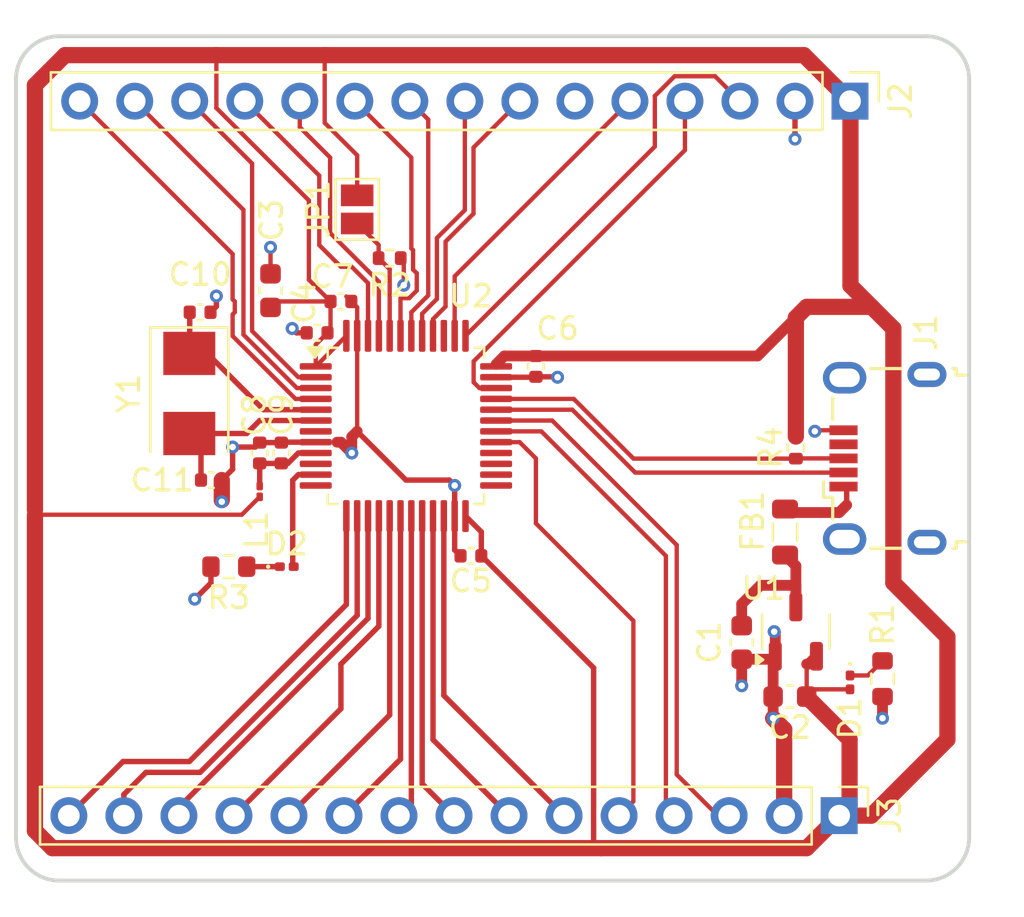
<source format=kicad_pcb>
(kicad_pcb (version 20240108) (generator "pcbnew") (generator_version "8.0")
  (layers (0 "F.Cu" signal) (31 "B.Cu" power) (34 "B.Paste" user) (35 "F.Paste" user) (36 "B.SilkS" user "B.Silkscreen") (37 "F.SilkS" user "F.Silkscreen") (38 "B.Mask" user) (39 "F.Mask" user) (44 "Edge.Cuts" user))
  (net 0 "")
  (net 1 "GND")
  (net 2 "VCC")
  (net 3 "+3.3V")
  (net 4 "+3.3VA")
  (net 5 "/HSE_OUT")
  (net 6 "/HSE_IN")
  (net 7 "Net-(D1-K)")
  (net 8 "Net-(D2-A)")
  (net 9 "Net-(D2-K)")
  (net 10 "+5V")
  (net 13 "USB_D-")
  (net 16 "USB_D+")
  (net 18 "PC15")
  (net 19 "SWCLK")
  (net 20 "SWDIO")
  (net 21 "PC14")
  (net 22 "PA15")
  (net 23 "PC13")
  (net 24 "PB5")
  (net 25 "PB6")
  (net 26 "PB8")
  (net 27 "PB7")
  (net 28 "PB4")
  (net 29 "PB9")
  (net 30 "SW0")
  (net 31 "PA7")
  (net 32 "PA6")
  (net 33 "PA5")
  (net 34 "PB1")
  (net 35 "PA9")
  (net 36 "PB11")
  (net 37 "PB2")
  (net 38 "PB10")
  (net 39 "PA10")
  (net 40 "PA8")
  (net 41 "PB0")
  (net 42 "PA3")
  (net 43 "PA4")
  (net 44 "/BOOT0")
  (net 46 "PB3")
  (footprint "Capacitor_SMD:C_0402_1005Metric" (layer "F.Cu") (at 111.75 79.75 90)
    (property "Reference" "C8" (at 1.75 -0.25 90) (layer "F.SilkS"))
    (property "Value" "1u")
    (fp_line (start -0.107836 -0.36) (end 0.107836 -0.36) (stroke (width 0.12)) (layer "F.SilkS"))
    (fp_line (start -0.107836 0.36) (end 0.107836 0.36) (stroke (width 0.12)) (layer "F.SilkS"))
    (pad "1" smd roundrect (at -0.48 0 90) (size 0.56 0.62) (layers "F.Cu" "F.Paste" "F.Mask") (net 4 "+3.3VA"))
    (pad "2" smd roundrect (at 0.48 0 90) (size 0.56 0.62) (layers "F.Cu" "F.Paste" "F.Mask") (net 1 "GND"))
  )
  (footprint "Resistor_SMD:R_0402_1005Metric" (layer "F.Cu") (at 117.75 70.75 180)
    (property "Reference" "R2" (at 0 -1.25 0) (layer "F.SilkS"))
    (property "Value" "10k")
    (fp_line (start -0.153641 0.38) (end 0.153641 0.38) (stroke (width 0.12)) (layer "F.SilkS"))
    (fp_line (start -0.153641 -0.38) (end 0.153641 -0.38) (stroke (width 0.12)) (layer "F.SilkS"))
    (pad "1" smd roundrect (at -0.51 0 180) (size 0.54 0.64) (layers "F.Cu" "F.Paste" "F.Mask") (net 1 "GND"))
    (pad "2" smd roundrect (at 0.51 0 180) (size 0.54 0.64) (layers "F.Cu" "F.Paste" "F.Mask") (net 44 "/BOOT0"))
  )
  (footprint "Crystal:Crystal_SMD_5032-2Pin_5.0x3.2mm" (layer "F.Cu") (at 108.5 77 -90)
    (property "Reference" "Y1" (at 0 2.8 90) (layer "F.SilkS"))
    (property "Value" "AMB3-8MH")
    (fp_line (start -3.05 1.8) (end 2.7 1.8) (stroke (width 0.12)) (layer "F.SilkS"))
    (fp_line (start -3.05 -1.8) (end -3.05 1.8) (stroke (width 0.12)) (layer "F.SilkS"))
    (fp_line (start 2.7 -1.8) (end -3.05 -1.8) (stroke (width 0.12)) (layer "F.SilkS"))
    (pad "1" smd rect (at -1.85 0 270) (size 2 2.4) (layers "F.Cu" "F.Paste" "F.Mask") (net 5 "/HSE_OUT"))
    (pad "2" smd rect (at 1.85 0 270) (size 2 2.4) (layers "F.Cu" "F.Paste" "F.Mask") (net 6 "/HSE_IN"))
  )
  (footprint "Capacitor_SMD:C_0402_1005Metric" (layer "F.Cu") (at 114.4 74.2 180)
    (property "Reference" "C4" (at 0.6 1.4 90) (layer "F.SilkS"))
    (property "Value" "100n")
    (fp_line (start -0.107836 0.36) (end 0.107836 0.36) (stroke (width 0.12)) (layer "F.SilkS"))
    (fp_line (start -0.107836 -0.36) (end 0.107836 -0.36) (stroke (width 0.12)) (layer "F.SilkS"))
    (pad "1" smd roundrect (at -0.48 0 180) (size 0.56 0.62) (layers "F.Cu" "F.Paste" "F.Mask") (net 3 "+3.3V"))
    (pad "2" smd roundrect (at 0.48 0 180) (size 0.56 0.62) (layers "F.Cu" "F.Paste" "F.Mask") (net 1 "GND"))
  )
  (footprint "Capacitor_SMD:C_0402_1005Metric" (layer "F.Cu") (at 112.75 79.75 90)
    (property "Reference" "C9" (at 1.77 0 90) (layer "F.SilkS"))
    (property "Value" "1u")
    (fp_line (start -0.107836 -0.36) (end 0.107836 -0.36) (stroke (width 0.12)) (layer "F.SilkS"))
    (fp_line (start -0.107836 0.36) (end 0.107836 0.36) (stroke (width 0.12)) (layer "F.SilkS"))
    (pad "1" smd roundrect (at -0.48 0 90) (size 0.56 0.62) (layers "F.Cu" "F.Paste" "F.Mask") (net 4 "+3.3VA"))
    (pad "2" smd roundrect (at 0.48 0 90) (size 0.56 0.62) (layers "F.Cu" "F.Paste" "F.Mask") (net 1 "GND"))
  )
  (footprint "Package_TO_SOT_SMD:SOT-23-3" (layer "F.Cu") (at 136.5 88 90)
    (property "Reference" "U1" (at 2 -1.5 180) (layer "F.SilkS"))
    (property "Value" "XC6206P332MR")
    (fp_line (start 0 -1.56) (end 0.8 -1.56) (stroke (width 0.12)) (layer "F.SilkS"))
    (fp_line (start 0 -1.56) (end -0.8 -1.56) (stroke (width 0.12)) (layer "F.SilkS"))
    (fp_line (start 0 1.56) (end 0.8 1.56) (stroke (width 0.12)) (layer "F.SilkS"))
    (fp_line (start 0 1.56) (end -0.8 1.56) (stroke (width 0.12)) (layer "F.SilkS"))
    (fp_poly (pts (xy -1.3 -1.51) (xy -1.54 -1.84) (xy -1.06 -1.84) (xy -1.3 -1.51)) (stroke (width 0.12)) (fill solid) (layer "F.SilkS"))
    (pad "1" smd roundrect (at -1.1375 -0.95 90) (size 1.325 0.6) (layers "F.Cu" "F.Paste" "F.Mask") (net 1 "GND"))
    (pad "2" smd roundrect (at -1.1375 0.95 90) (size 1.325 0.6) (layers "F.Cu" "F.Paste" "F.Mask") (net 3 "+3.3V"))
    (pad "3" smd roundrect (at 1.1375 0 90) (size 1.325 0.6) (layers "F.Cu" "F.Paste" "F.Mask") (net 2 "VCC"))
  )
  (footprint "Package_QFP:LQFP-48_7x7mm_P0.5mm" (layer "F.Cu") (at 118.5 78.5)
    (property "Reference" "U2" (at 3 -6 0) (layer "F.SilkS"))
    (property "Value" "STM32F103C8Tx")
    (fp_line (start -3.61 -3.61) (end -3.61 -3.16) (stroke (width 0.12)) (layer "F.SilkS"))
    (fp_line (start -3.61 3.61) (end -3.61 3.16) (stroke (width 0.12)) (layer "F.SilkS"))
    (fp_line (start -3.16 -3.61) (end -3.61 -3.61) (stroke (width 0.12)) (layer "F.SilkS"))
    (fp_line (start -3.16 3.61) (end -3.61 3.61) (stroke (width 0.12)) (layer "F.SilkS"))
    (fp_line (start 3.16 -3.61) (end 3.61 -3.61) (stroke (width 0.12)) (layer "F.SilkS"))
    (fp_line (start 3.16 3.61) (end 3.61 3.61) (stroke (width 0.12)) (layer "F.SilkS"))
    (fp_line (start 3.61 -3.61) (end 3.61 -3.16) (stroke (width 0.12)) (layer "F.SilkS"))
    (fp_line (start 3.61 3.61) (end 3.61 3.16) (stroke (width 0.12)) (layer "F.SilkS"))
    (fp_poly (pts (xy -4.2 -3.16) (xy -4.54 -3.63) (xy -3.86 -3.63) (xy -4.2 -3.16)) (stroke (width 0.12)) (fill solid) (layer "F.SilkS"))
    (pad "1" smd roundrect (at -4.1625 -2.75) (size 1.475 0.3) (layers "F.Cu" "F.Paste" "F.Mask") (net 3 "+3.3V"))
    (pad "2" smd roundrect (at -4.1625 -2.25) (size 1.475 0.3) (layers "F.Cu" "F.Paste" "F.Mask") (net 23 "PC13"))
    (pad "3" smd roundrect (at -4.1625 -1.75) (size 1.475 0.3) (layers "F.Cu" "F.Paste" "F.Mask") (net 21 "PC14"))
    (pad "4" smd roundrect (at -4.1625 -1.25) (size 1.475 0.3) (layers "F.Cu" "F.Paste" "F.Mask") (net 18 "PC15"))
    (pad "5" smd roundrect (at -4.1625 -0.75) (size 1.475 0.3) (layers "F.Cu" "F.Paste" "F.Mask") (net 5 "/HSE_OUT"))
    (pad "6" smd roundrect (at -4.1625 -0.25) (size 1.475 0.3) (layers "F.Cu" "F.Paste" "F.Mask") (net 6 "/HSE_IN"))
    (pad "7" smd roundrect (at -4.1625 0.25) (size 1.475 0.3) (layers "F.Cu" "F.Paste" "F.Mask"))
    (pad "8" smd roundrect (at -4.1625 0.75) (size 1.475 0.3) (layers "F.Cu" "F.Paste" "F.Mask") (net 1 "GND"))
    (pad "9" smd roundrect (at -4.1625 1.25) (size 1.475 0.3) (layers "F.Cu" "F.Paste" "F.Mask") (net 4 "+3.3VA"))
    (pad "10" smd roundrect (at -4.1625 1.75) (size 1.475 0.3) (layers "F.Cu" "F.Paste" "F.Mask"))
    (pad "11" smd roundrect (at -4.1625 2.25) (size 1.475 0.3) (layers "F.Cu" "F.Paste" "F.Mask") (net 8 "Net-(D2-A)"))
    (pad "12" smd roundrect (at -4.1625 2.75) (size 1.475 0.3) (layers "F.Cu" "F.Paste" "F.Mask"))
    (pad "13" smd roundrect (at -2.75 4.1625) (size 0.3 1.475) (layers "F.Cu" "F.Paste" "F.Mask") (net 42 "PA3"))
    (pad "14" smd roundrect (at -2.25 4.1625) (size 0.3 1.475) (layers "F.Cu" "F.Paste" "F.Mask") (net 43 "PA4"))
    (pad "15" smd roundrect (at -1.75 4.1625) (size 0.3 1.475) (layers "F.Cu" "F.Paste" "F.Mask") (net 33 "PA5"))
    (pad "16" smd roundrect (at -1.25 4.1625) (size 0.3 1.475) (layers "F.Cu" "F.Paste" "F.Mask") (net 32 "PA6"))
    (pad "17" smd roundrect (at -0.75 4.1625) (size 0.3 1.475) (layers "F.Cu" "F.Paste" "F.Mask") (net 31 "PA7"))
    (pad "18" smd roundrect (at -0.25 4.1625) (size 0.3 1.475) (layers "F.Cu" "F.Paste" "F.Mask") (net 41 "PB0"))
    (pad "19" smd roundrect (at 0.25 4.1625) (size 0.3 1.475) (layers "F.Cu" "F.Paste" "F.Mask") (net 34 "PB1"))
    (pad "20" smd roundrect (at 0.75 4.1625) (size 0.3 1.475) (layers "F.Cu" "F.Paste" "F.Mask") (net 37 "PB2"))
    (pad "21" smd roundrect (at 1.25 4.1625) (size 0.3 1.475) (layers "F.Cu" "F.Paste" "F.Mask") (net 38 "PB10"))
    (pad "22" smd roundrect (at 1.75 4.1625) (size 0.3 1.475) (layers "F.Cu" "F.Paste" "F.Mask") (net 36 "PB11"))
    (pad "23" smd roundrect (at 2.25 4.1625) (size 0.3 1.475) (layers "F.Cu" "F.Paste" "F.Mask") (net 1 "GND"))
    (pad "24" smd roundrect (at 2.75 4.1625) (size 0.3 1.475) (layers "F.Cu" "F.Paste" "F.Mask") (net 3 "+3.3V"))
    (pad "25" smd roundrect (at 4.1625 2.75) (size 1.475 0.3) (layers "F.Cu" "F.Paste" "F.Mask"))
    (pad "26" smd roundrect (at 4.1625 2.25) (size 1.475 0.3) (layers "F.Cu" "F.Paste" "F.Mask"))
    (pad "27" smd roundrect (at 4.1625 1.75) (size 1.475 0.3) (layers "F.Cu" "F.Paste" "F.Mask"))
    (pad "28" smd roundrect (at 4.1625 1.25) (size 1.475 0.3) (layers "F.Cu" "F.Paste" "F.Mask"))
    (pad "29" smd roundrect (at 4.1625 0.75) (size 1.475 0.3) (layers "F.Cu" "F.Paste" "F.Mask") (net 40 "PA8"))
    (pad "30" smd roundrect (at 4.1625 0.25) (size 1.475 0.3) (layers "F.Cu" "F.Paste" "F.Mask") (net 35 "PA9"))
    (pad "31" smd roundrect (at 4.1625 -0.25) (size 1.475 0.3) (layers "F.Cu" "F.Paste" "F.Mask") (net 39 "PA10"))
    (pad "32" smd roundrect (at 4.1625 -0.75) (size 1.475 0.3) (layers "F.Cu" "F.Paste" "F.Mask") (net 13 "USB_D-"))
    (pad "33" smd roundrect (at 4.1625 -1.25) (size 1.475 0.3) (layers "F.Cu" "F.Paste" "F.Mask") (net 16 "USB_D+"))
    (pad "34" smd roundrect (at 4.1625 -1.75) (size 1.475 0.3) (layers "F.Cu" "F.Paste" "F.Mask") (net 20 "SWDIO"))
    (pad "35" smd roundrect (at 4.1625 -2.25) (size 1.475 0.3) (layers "F.Cu" "F.Paste" "F.Mask") (net 1 "GND"))
    (pad "36" smd roundrect (at 4.1625 -2.75) (size 1.475 0.3) (layers "F.Cu" "F.Paste" "F.Mask") (net 3 "+3.3V"))
    (pad "37" smd roundrect (at 2.75 -4.1625) (size 0.3 1.475) (layers "F.Cu" "F.Paste" "F.Mask") (net 19 "SWCLK"))
    (pad "38" smd roundrect (at 2.25 -4.1625) (size 0.3 1.475) (layers "F.Cu" "F.Paste" "F.Mask") (net 22 "PA15"))
    (pad "39" smd roundrect (at 1.75 -4.1625) (size 0.3 1.475) (layers "F.Cu" "F.Paste" "F.Mask") (net 46 "PB3"))
    (pad "40" smd roundrect (at 1.25 -4.1625) (size 0.3 1.475) (layers "F.Cu" "F.Paste" "F.Mask") (net 28 "PB4"))
    (pad "41" smd roundrect (at 0.75 -4.1625) (size 0.3 1.475) (layers "F.Cu" "F.Paste" "F.Mask") (net 24 "PB5"))
    (pad "42" smd roundrect (at 0.25 -4.1625) (size 0.3 1.475) (layers "F.Cu" "F.Paste" "F.Mask") (net 25 "PB6"))
    (pad "43" smd roundrect (at -0.25 -4.1625) (size 0.3 1.475) (layers "F.Cu" "F.Paste" "F.Mask") (net 27 "PB7"))
    (pad "44" smd roundrect (at -0.75 -4.1625) (size 0.3 1.475) (layers "F.Cu" "F.Paste" "F.Mask") (net 44 "/BOOT0"))
    (pad "45" smd roundrect (at -1.25 -4.1625) (size 0.3 1.475) (layers "F.Cu" "F.Paste" "F.Mask") (net 26 "PB8"))
    (pad "46" smd roundrect (at -1.75 -4.1625) (size 0.3 1.475) (layers "F.Cu" "F.Paste" "F.Mask") (net 29 "PB9"))
    (pad "47" smd roundrect (at -2.25 -4.1625) (size 0.3 1.475) (layers "F.Cu" "F.Paste" "F.Mask") (net 1 "GND"))
    (pad "48" smd roundrect (at -2.75 -4.1625) (size 0.3 1.475) (layers "F.Cu" "F.Paste" "F.Mask") (net 3 "+3.3V"))
  )
  (footprint "Capacitor_SMD:C_0603_1608Metric" (layer "F.Cu") (at 134 88.5 -90)
    (property "Reference" "C1" (at 0 1.5 90) (layer "F.SilkS"))
    (property "Value" "1u")
    (fp_line (start -0.14058 0.51) (end 0.14058 0.51) (stroke (width 0.12)) (layer "F.SilkS"))
    (fp_line (start -0.14058 -0.51) (end 0.14058 -0.51) (stroke (width 0.12)) (layer "F.SilkS"))
    (pad "1" smd roundrect (at -0.775 0 270) (size 0.9 0.95) (layers "F.Cu" "F.Paste" "F.Mask") (net 2 "VCC"))
    (pad "2" smd roundrect (at 0.775 0 270) (size 0.9 0.95) (layers "F.Cu" "F.Paste" "F.Mask") (net 1 "GND"))
  )
  (footprint "Resistor_SMD:R_0402_1005Metric" (layer "F.Cu") (at 136.5 79.5 90)
    (property "Reference" "R4" (at 0 -1.17 90) (layer "F.SilkS"))
    (property "Value" "1k5")
    (fp_line (start -0.153641 -0.38) (end 0.153641 -0.38) (stroke (width 0.12)) (layer "F.SilkS"))
    (fp_line (start -0.153641 0.38) (end 0.153641 0.38) (stroke (width 0.12)) (layer "F.SilkS"))
    (pad "1" smd roundrect (at -0.51 0 90) (size 0.54 0.64) (layers "F.Cu" "F.Paste" "F.Mask") (net 16 "USB_D+"))
    (pad "2" smd roundrect (at 0.51 0 90) (size 0.54 0.64) (layers "F.Cu" "F.Paste" "F.Mask") (net 3 "+3.3V"))
  )
  (footprint "Resistor_SMD:R_0603_1608Metric" (layer "F.Cu") (at 110.325 85 180)
    (property "Reference" "R3" (at 0 -1.43 360) (layer "F.SilkS"))
    (property "Value" "1k5")
    (fp_line (start -0.237258 0.5225) (end 0.237258 0.5225) (stroke (width 0.12)) (layer "F.SilkS"))
    (fp_line (start -0.237258 -0.5225) (end 0.237258 -0.5225) (stroke (width 0.12)) (layer "F.SilkS"))
    (pad "1" smd roundrect (at -0.825 0 180) (size 0.8 0.95) (layers "F.Cu" "F.Paste" "F.Mask") (net 9 "Net-(D2-K)"))
    (pad "2" smd roundrect (at 0.825 0 180) (size 0.8 0.95) (layers "F.Cu" "F.Paste" "F.Mask") (net 1 "GND"))
  )
  (footprint "Capacitor_SMD:C_0402_1005Metric" (layer "F.Cu") (at 124.5 75.75 -90)
    (property "Reference" "C6" (at -1.75 -1 180) (layer "F.SilkS"))
    (property "Value" "100n")
    (fp_line (start -0.107836 0.36) (end 0.107836 0.36) (stroke (width 0.12)) (layer "F.SilkS"))
    (fp_line (start -0.107836 -0.36) (end 0.107836 -0.36) (stroke (width 0.12)) (layer "F.SilkS"))
    (pad "1" smd roundrect (at -0.48 0 270) (size 0.56 0.62) (layers "F.Cu" "F.Paste" "F.Mask") (net 3 "+3.3V"))
    (pad "2" smd roundrect (at 0.48 0 270) (size 0.56 0.62) (layers "F.Cu" "F.Paste" "F.Mask") (net 1 "GND"))
  )
  (footprint "Capacitor_SMD:C_0603_1608Metric" (layer "F.Cu") (at 136.225 91 180)
    (property "Reference" "C2" (at 0 -1.43 360) (layer "F.SilkS"))
    (property "Value" "1u")
    (fp_line (start -0.14058 0.51) (end 0.14058 0.51) (stroke (width 0.12)) (layer "F.SilkS"))
    (fp_line (start -0.14058 -0.51) (end 0.14058 -0.51) (stroke (width 0.12)) (layer "F.SilkS"))
    (pad "1" smd roundrect (at -0.775 0 180) (size 0.9 0.95) (layers "F.Cu" "F.Paste" "F.Mask") (net 3 "+3.3V"))
    (pad "2" smd roundrect (at 0.775 0 180) (size 0.9 0.95) (layers "F.Cu" "F.Paste" "F.Mask") (net 1 "GND"))
  )
  (footprint "Resistor_SMD:R_0603_1608Metric" (layer "F.Cu") (at 140.5 90.175 -90)
    (property "Reference" "R1" (at -2.5 0 90) (layer "F.SilkS"))
    (property "Value" "1k5")
    (fp_line (start -0.237258 0.5225) (end 0.237258 0.5225) (stroke (width 0.12)) (layer "F.SilkS"))
    (fp_line (start -0.237258 -0.5225) (end 0.237258 -0.5225) (stroke (width 0.12)) (layer "F.SilkS"))
    (pad "1" smd roundrect (at -0.825 0 270) (size 0.8 0.95) (layers "F.Cu" "F.Paste" "F.Mask") (net 7 "Net-(D1-K)"))
    (pad "2" smd roundrect (at 0.825 0 270) (size 0.8 0.95) (layers "F.Cu" "F.Paste" "F.Mask") (net 1 "GND"))
  )
  (footprint "Capacitor_SMD:C_0402_1005Metric" (layer "F.Cu") (at 115.5 72.75)
    (property "Reference" "C7" (at -0.4 -1.15 360) (layer "F.SilkS"))
    (property "Value" "100n")
    (fp_line (start -0.107836 -0.36) (end 0.107836 -0.36) (stroke (width 0.12)) (layer "F.SilkS"))
    (fp_line (start -0.107836 0.36) (end 0.107836 0.36) (stroke (width 0.12)) (layer "F.SilkS"))
    (pad "1" smd roundrect (at -0.48 0) (size 0.56 0.62) (layers "F.Cu" "F.Paste" "F.Mask") (net 3 "+3.3V"))
    (pad "2" smd roundrect (at 0.48 0) (size 0.56 0.62) (layers "F.Cu" "F.Paste" "F.Mask") (net 1 "GND"))
  )
  (footprint "Capacitor_SMD:C_0603_1608Metric" (layer "F.Cu") (at 112.25 72.25 90)
    (property "Reference" "C3" (at 3.25 0.05 90) (layer "F.SilkS"))
    (property "Value" "10u")
    (fp_line (start -0.14058 -0.51) (end 0.14058 -0.51) (stroke (width 0.12)) (layer "F.SilkS"))
    (fp_line (start -0.14058 0.51) (end 0.14058 0.51) (stroke (width 0.12)) (layer "F.SilkS"))
    (pad "1" smd roundrect (at -0.775 0 90) (size 0.9 0.95) (layers "F.Cu" "F.Paste" "F.Mask") (net 3 "+3.3V"))
    (pad "2" smd roundrect (at 0.775 0 90) (size 0.9 0.95) (layers "F.Cu" "F.Paste" "F.Mask") (net 1 "GND"))
  )
  (footprint "Inductor_SMD:L_0805_2012Metric" (layer "F.Cu") (at 136 83.4 -90)
    (property "Reference" "FB1" (at -0.5 1.5 90) (layer "F.SilkS"))
    (property "Value" "100R")
    (fp_line (start -0.399622 0.56) (end 0.399622 0.56) (stroke (width 0.12)) (layer "F.SilkS"))
    (fp_line (start -0.399622 -0.56) (end 0.399622 -0.56) (stroke (width 0.12)) (layer "F.SilkS"))
    (pad "1" smd roundrect (at -1.0625 0 270) (size 0.875 1.2) (layers "F.Cu" "F.Paste" "F.Mask") (net 10 "+5V"))
    (pad "2" smd roundrect (at 1.0625 0 270) (size 0.875 1.2) (layers "F.Cu" "F.Paste" "F.Mask") (net 2 "VCC"))
  )
  (footprint "Capacitor_SMD:C_0402_1005Metric" (layer "F.Cu") (at 121.5 84.5 180)
    (property "Reference" "C5" (at 0 -1.16 360) (layer "F.SilkS"))
    (property "Value" "100n")
    (fp_line (start -0.107836 0.36) (end 0.107836 0.36) (stroke (width 0.12)) (layer "F.SilkS"))
    (fp_line (start -0.107836 -0.36) (end 0.107836 -0.36) (stroke (width 0.12)) (layer "F.SilkS"))
    (pad "1" smd roundrect (at -0.48 0 180) (size 0.56 0.62) (layers "F.Cu" "F.Paste" "F.Mask") (net 3 "+3.3V"))
    (pad "2" smd roundrect (at 0.48 0 180) (size 0.56 0.62) (layers "F.Cu" "F.Paste" "F.Mask") (net 1 "GND"))
  )
  (footprint "Connector_PinHeader_2.54mm:PinHeader_1x15_P2.54mm_Vertical" (layer "F.Cu") (at 138.5 96.5 -90)
    (property "Reference" "J3" (at 0 -2.33 90) (layer "F.SilkS"))
    (property "Value" "Conn_01x15")
    (fp_line (start -1.33 36.89) (end 1.33 36.89) (stroke (width 0.12)) (layer "F.SilkS"))
    (fp_line (start -1.33 1.27) (end -1.33 36.89) (stroke (width 0.12)) (layer "F.SilkS"))
    (fp_line (start -1.33 1.27) (end 1.33 1.27) (stroke (width 0.12)) (layer "F.SilkS"))
    (fp_line (start 1.33 1.27) (end 1.33 36.89) (stroke (width 0.12)) (layer "F.SilkS"))
    (fp_line (start -1.33 0) (end -1.33 -1.33) (stroke (width 0.12)) (layer "F.SilkS"))
    (fp_line (start -1.33 -1.33) (end 0 -1.33) (stroke (width 0.12)) (layer "F.SilkS"))
    (pad "1" thru_hole rect (at 0 0 270) (size 1.7 1.7) (drill 1) (layers "*.Cu" "*.Mask") (net 3 "+3.3V"))
    (pad "2" thru_hole oval (at 0 2.54 270) (size 1.7 1.7) (drill 1) (layers "*.Cu" "*.Mask") (net 1 "GND"))
    (pad "3" thru_hole oval (at 0 5.08 270) (size 1.7 1.7) (drill 1) (layers "*.Cu" "*.Mask") (net 39 "PA10"))
    (pad "4" thru_hole oval (at 0 7.62 270) (size 1.7 1.7) (drill 1) (layers "*.Cu" "*.Mask") (net 35 "PA9"))
    (pad "5" thru_hole oval (at 0 10.16 270) (size 1.7 1.7) (drill 1) (layers "*.Cu" "*.Mask") (net 40 "PA8"))
    (pad "6" thru_hole oval (at 0 12.7 270) (size 1.7 1.7) (drill 1) (layers "*.Cu" "*.Mask") (net 36 "PB11"))
    (pad "7" thru_hole oval (at 0 15.24 270) (size 1.7 1.7) (drill 1) (layers "*.Cu" "*.Mask") (net 38 "PB10"))
    (pad "8" thru_hole oval (at 0 17.78 270) (size 1.7 1.7) (drill 1) (layers "*.Cu" "*.Mask") (net 37 "PB2"))
    (pad "9" thru_hole oval (at 0 20.32 270) (size 1.7 1.7) (drill 1) (layers "*.Cu" "*.Mask") (net 34 "PB1"))
    (pad "10" thru_hole oval (at 0 22.86 270) (size 1.7 1.7) (drill 1) (layers "*.Cu" "*.Mask") (net 41 "PB0"))
    (pad "11" thru_hole oval (at 0 25.4 270) (size 1.7 1.7) (drill 1) (layers "*.Cu" "*.Mask") (net 31 "PA7"))
    (pad "12" thru_hole oval (at 0 27.94 270) (size 1.7 1.7) (drill 1) (layers "*.Cu" "*.Mask") (net 32 "PA6"))
    (pad "13" thru_hole oval (at 0 30.48 270) (size 1.7 1.7) (drill 1) (layers "*.Cu" "*.Mask") (net 33 "PA5"))
    (pad "14" thru_hole oval (at 0 33.02 270) (size 1.7 1.7) (drill 1) (layers "*.Cu" "*.Mask") (net 43 "PA4"))
    (pad "15" thru_hole oval (at 0 35.56 270) (size 1.7 1.7) (drill 1) (layers "*.Cu" "*.Mask") (net 42 "PA3"))
  )
  (footprint "Capacitor_SMD:C_0402_1005Metric" (layer "F.Cu") (at 109 73.25)
    (property "Reference" "C10" (at 0 -1.75 0) (layer "F.SilkS"))
    (property "Value" "26p")
    (fp_line (start -0.107836 -0.36) (end 0.107836 -0.36) (stroke (width 0.12)) (layer "F.SilkS"))
    (fp_line (start -0.107836 0.36) (end 0.107836 0.36) (stroke (width 0.12)) (layer "F.SilkS"))
    (pad "1" smd roundrect (at -0.48 0) (size 0.56 0.62) (layers "F.Cu" "F.Paste" "F.Mask") (net 5 "/HSE_OUT"))
    (pad "2" smd roundrect (at 0.48 0) (size 0.56 0.62) (layers "F.Cu" "F.Paste" "F.Mask") (net 1 "GND"))
  )
  (footprint "Inductor_SMD:L_01005_0402Metric" (layer "F.Cu") (at 111.75 81.525 90)
    (property "Reference" "L1" (at -1.775 -0.15 90) (layer "F.SilkS"))
    (property "Value" "25n")
    (pad "1" smd roundrect (at -0.25 0 90) (size 0.4 0.3) (layers "F.Cu" "F.Mask") (net 3 "+3.3V"))
    (pad "2" smd roundrect (at 0.25 0 90) (size 0.4 0.3) (layers "F.Cu" "F.Mask") (net 4 "+3.3VA"))
  )
  (footprint "Capacitor_SMD:C_0402_1005Metric" (layer "F.Cu") (at 109.52 81)
    (property "Reference" "C11" (at -2.27 0 0) (layer "F.SilkS"))
    (property "Value" "26p")
    (fp_line (start -0.107836 -0.36) (end 0.107836 -0.36) (stroke (width 0.12)) (layer "F.SilkS"))
    (fp_line (start -0.107836 0.36) (end 0.107836 0.36) (stroke (width 0.12)) (layer "F.SilkS"))
    (pad "1" smd roundrect (at -0.48 0) (size 0.56 0.62) (layers "F.Cu" "F.Paste" "F.Mask") (net 6 "/HSE_IN"))
    (pad "2" smd roundrect (at 0.48 0) (size 0.56 0.62) (layers "F.Cu" "F.Paste" "F.Mask") (net 1 "GND"))
  )
  (footprint "Connector_PinHeader_2.54mm:PinHeader_1x15_P2.54mm_Vertical" (layer "F.Cu") (at 139 63.5 -90)
    (property "Reference" "J2" (at 0 -2.33 90) (layer "F.SilkS"))
    (property "Value" "Conn_01x15")
    (fp_line (start -1.33 36.89) (end 1.33 36.89) (stroke (width 0.12)) (layer "F.SilkS"))
    (fp_line (start -1.33 1.27) (end -1.33 36.89) (stroke (width 0.12)) (layer "F.SilkS"))
    (fp_line (start -1.33 1.27) (end 1.33 1.27) (stroke (width 0.12)) (layer "F.SilkS"))
    (fp_line (start 1.33 1.27) (end 1.33 36.89) (stroke (width 0.12)) (layer "F.SilkS"))
    (fp_line (start -1.33 0) (end -1.33 -1.33) (stroke (width 0.12)) (layer "F.SilkS"))
    (fp_line (start -1.33 -1.33) (end 0 -1.33) (stroke (width 0.12)) (layer "F.SilkS"))
    (pad "1" thru_hole rect (at 0 0 270) (size 1.7 1.7) (drill 1) (layers "*.Cu" "*.Mask") (net 3 "+3.3V"))
    (pad "2" thru_hole oval (at 0 2.54 270) (size 1.7 1.7) (drill 1) (layers "*.Cu" "*.Mask") (net 1 "GND"))
    (pad "3" thru_hole oval (at 0 5.08 270) (size 1.7 1.7) (drill 1) (layers "*.Cu" "*.Mask") (net 19 "SWCLK"))
    (pad "4" thru_hole oval (at 0 7.62 270) (size 1.7 1.7) (drill 1) (layers "*.Cu" "*.Mask") (net 20 "SWDIO"))
    (pad "5" thru_hole oval (at 0 10.16 270) (size 1.7 1.7) (drill 1) (layers "*.Cu" "*.Mask") (net 22 "PA15"))
    (pad "6" thru_hole oval (at 0 12.7 270) (size 1.7 1.7) (drill 1) (layers "*.Cu" "*.Mask") (net 30 "SW0"))
    (pad "7" thru_hole oval (at 0 15.24 270) (size 1.7 1.7) (drill 1) (layers "*.Cu" "*.Mask") (net 28 "PB4"))
    (pad "8" thru_hole oval (at 0 17.78 270) (size 1.7 1.7) (drill 1) (layers "*.Cu" "*.Mask") (net 24 "PB5"))
    (pad "9" thru_hole oval (at 0 20.32 270) (size 1.7 1.7) (drill 1) (layers "*.Cu" "*.Mask") (net 25 "PB6"))
    (pad "10" thru_hole oval (at 0 22.86 270) (size 1.7 1.7) (drill 1) (layers "*.Cu" "*.Mask") (net 27 "PB7"))
    (pad "11" thru_hole oval (at 0 25.4 270) (size 1.7 1.7) (drill 1) (layers "*.Cu" "*.Mask") (net 26 "PB8"))
    (pad "12" thru_hole oval (at 0 27.94 270) (size 1.7 1.7) (drill 1) (layers "*.Cu" "*.Mask") (net 29 "PB9"))
    (pad "13" thru_hole oval (at 0 30.48 270) (size 1.7 1.7) (drill 1) (layers "*.Cu" "*.Mask") (net 23 "PC13"))
    (pad "14" thru_hole oval (at 0 33.02 270) (size 1.7 1.7) (drill 1) (layers "*.Cu" "*.Mask") (net 21 "PC14"))
    (pad "15" thru_hole oval (at 0 35.56 270) (size 1.7 1.7) (drill 1) (layers "*.Cu" "*.Mask") (net 18 "PC15"))
  )
  (footprint "Jumper:SolderJumper-2_P1.3mm_Open_Pad1.0x1.5mm" (layer "F.Cu") (at 116.25 68.5 90)
    (property "Reference" "JP1" (at 0 -1.8 90) (layer "F.SilkS"))
    (property "Value" "SolderJumper_2_Open")
    (fp_line (start 1.4 -1) (end 1.4 1) (stroke (width 0.12)) (layer "F.SilkS"))
    (fp_line (start -1.4 -1) (end 1.4 -1) (stroke (width 0.12)) (layer "F.SilkS"))
    (fp_line (start 1.4 1) (end -1.4 1) (stroke (width 0.12)) (layer "F.SilkS"))
    (fp_line (start -1.4 1) (end -1.4 -1) (stroke (width 0.12)) (layer "F.SilkS"))
    (pad "1" smd rect (at -0.65 0 90) (size 1 1.5) (layers "F.Cu" "F.Mask") (net 44 "/BOOT0"))
    (pad "2" smd rect (at 0.65 0 90) (size 1 1.5) (layers "F.Cu" "F.Mask") (net 3 "+3.3V"))
  )
  (footprint "LED_SMD:LED_0201_0603Metric" (layer "F.Cu") (at 139 90.345 -90)
    (property "Reference" "D1" (at 1.655 0 90) (layer "F.SilkS"))
    (property "Value" "LED")
    (fp_circle (center -0.86 0) (end -0.81 0) (stroke (width 0.1)) (fill none) (layer "F.SilkS"))
    (pad "1" smd roundrect (at -0.32 0 270) (size 0.46 0.4) (layers "F.Cu" "F.Mask") (net 7 "Net-(D1-K)"))
    (pad "2" smd roundrect (at 0.32 0 270) (size 0.46 0.4) (layers "F.Cu" "F.Mask") (net 3 "+3.3V"))
  )
  (footprint "LED_SMD:LED_0201_0603Metric" (layer "F.Cu") (at 113 85)
    (property "Reference" "D2" (at 0 -1.05 0) (layer "F.SilkS"))
    (property "Value" "powerLED")
    (fp_circle (center -0.86 0) (end -0.81 0) (stroke (width 0.1)) (fill none) (layer "F.SilkS"))
    (pad "1" smd roundrect (at -0.32 0) (size 0.46 0.4) (layers "F.Cu" "F.Mask") (net 9 "Net-(D2-K)"))
    (pad "2" smd roundrect (at 0.32 0) (size 0.46 0.4) (layers "F.Cu" "F.Mask") (net 8 "Net-(D2-A)"))
  )
  (footprint "Connector_USB:USB_Micro-B_Wuerth_629105150521" (layer "F.Cu") (at 140.6 80 90)
    (property "Reference" "J1" (at 5.8 1.9 90) (layer "F.SilkS"))
    (property "Value" "USB_B_Micro")
    (fp_line (start -1.075 -2.825) (end -1.8 -2.825) (stroke (width 0.15)) (layer "F.SilkS"))
    (fp_line (start -1.8 -2.825) (end -1.8 -2.4) (stroke (width 0.15)) (layer "F.SilkS"))
    (fp_line (start 1.8 -2.4) (end 2.8 -2.4) (stroke (width 0.15)) (layer "F.SilkS"))
    (fp_line (start -1.8 -2.4) (end -2.8 -2.4) (stroke (width 0.15)) (layer "F.SilkS"))
    (fp_line (start -4.15 -0.65) (end -4.15 0.75) (stroke (width 0.15)) (layer "F.SilkS"))
    (fp_line (start 4.15 0.75) (end 4.15 -0.65) (stroke (width 0.15)) (layer "F.SilkS"))
    (fp_line (start -4.15 3.15) (end -4.15 3.3) (stroke (width 0.15)) (layer "F.SilkS"))
    (fp_line (start 4.15 3.3) (end 4.15 3.15) (stroke (width 0.15)) (layer "F.SilkS"))
    (fp_line (start 3.85 3.3) (end 4.15 3.3) (stroke (width 0.15)) (layer "F.SilkS"))
    (fp_line (start -3.85 3.3) (end -3.85 3.75) (stroke (width 0.15)) (layer "F.SilkS"))
    (fp_line (start -4.15 3.3) (end -3.85 3.3) (stroke (width 0.15)) (layer "F.SilkS"))
    (fp_line (start 3.85 3.75) (end 3.85 3.3) (stroke (width 0.15)) (layer "F.SilkS"))
    (pad "" np_thru_hole oval (at -2.5 -0.8 90) (size 0.8 0.8) (drill 0.8) (layers "*.Cu" "*.Mask"))
    (pad "" np_thru_hole oval (at 2.5 -0.8 90) (size 0.8 0.8) (drill 0.8) (layers "*.Cu" "*.Mask"))
    (pad "1" smd rect (at -1.3 -1.9 90) (size 0.45 1.3) (layers "F.Cu" "F.Paste" "F.Mask") (net 10 "+5V"))
    (pad "2" smd rect (at -0.65 -1.9 90) (size 0.45 1.3) (layers "F.Cu" "F.Paste" "F.Mask") (net 13 "USB_D-"))
    (pad "3" smd rect (at 0 -1.9 90) (size 0.45 1.3) (layers "F.Cu" "F.Paste" "F.Mask") (net 16 "USB_D+"))
    (pad "4" smd rect (at 0.65 -1.9 90) (size 0.45 1.3) (layers "F.Cu" "F.Paste" "F.Mask"))
    (pad "5" smd rect (at 1.3 -1.9 90) (size 0.45 1.3) (layers "F.Cu" "F.Paste" "F.Mask") (net 1 "GND"))
    (pad "6" thru_hole oval (at -3.875 1.95 90) (size 1.15 1.8) (drill oval 0.55 1.2) (property pad_prop_heatsink) (layers "*.Cu" "*.Mask"))
    (pad "6" thru_hole oval (at -3.725 -1.85 90) (size 1.45 2) (drill oval 0.85 1.4) (property pad_prop_heatsink) (layers "*.Cu" "*.Mask"))
    (pad "6" thru_hole oval (at 3.725 -1.85 90) (size 1.45 2) (drill oval 0.85 1.4) (property pad_prop_heatsink) (layers "*.Cu" "*.Mask"))
    (pad "6" thru_hole oval (at 3.875 1.95 90) (size 1.15 1.8) (drill oval 0.55 1.2) (property pad_prop_heatsink) (layers "*.Cu" "*.Mask"))
  )
  (gr_line (start 100.5 62.499981) (end 100.5 97.499981) (stroke (width 0.18)) (layer "Edge.Cuts"))
  (gr_arc (start 100.5 62.499981) (mid 101.085791 61.085795) (end 102.5 60.5) (stroke (width 0.18)) (layer "Edge.Cuts"))
  (gr_arc (start 102.500021 99.5) (mid 101.085794 98.914208) (end 100.5 97.499981) (stroke (width 0.18)) (layer "Edge.Cuts"))
  (gr_line (start 102.500021 99.5) (end 142.515283 99.5) (stroke (width 0.18)) (layer "Edge.Cuts"))
  (gr_arc (start 144.5 97.499981) (mid 143.919582 98.908779) (end 142.515283 99.5) (stroke (width 0.18)) (layer "Edge.Cuts"))
  (gr_line (start 102.5 60.5) (end 142.500021 60.5) (stroke (width 0.18)) (layer "Edge.Cuts"))
  (gr_line (start 144.5 62.499981) (end 144.5 97.499981) (stroke (width 0.18)) (layer "Edge.Cuts"))
  (gr_arc (start 142.500021 60.5) (mid 143.914221 61.085781) (end 144.5 62.499981) (stroke (width 0.18)) (layer "Edge.Cuts"))
  (segment (start 135.96 92.51) (end 135.45 92) (width 0.75) (layer "F.Cu") (net 1))
  (segment (start 113.45 74.2) (end 113.25 74) (width 0.25) (layer "F.Cu") (net 1))
  (segment (start 120.5 81) (end 118.5 81) (width 0.25) (layer "F.Cu") (net 1))
  (segment (start 135.96 96.5) (end 135.96 92.51) (width 0.75) (layer "F.Cu") (net 1))
  (segment (start 118.4 72) (end 118.4 70.89) (width 0.2) (layer "F.Cu") (net 1))
  (segment (start 112.75 79.27) (end 111.75 79.27) (width 0.25) (layer "F.Cu") (net 1))
  (segment (start 137.421122 78.7) (end 138.7 78.7) (width 0.2) (layer "F.Cu") (net 1))
  (segment (start 118.5 81) (end 116.25 78.75) (width 0.25) (layer "F.Cu") (net 1))
  (segment (start 125.48 76.23) (end 125.5 76.25) (width 0.25) (layer "F.Cu") (net 1))
  (segment (start 135.45 91) (end 135.45 89.2375) (width 0.5) (layer "F.Cu") (net 1))
  (segment (start 109.75 72.5) (end 109.75 72.98) (width 0.25) (layer "F.Cu") (net 1))
  (segment (start 110 81) (end 110 81.925) (width 0.75) (layer "F.Cu") (net 1))
  (segment (start 135.55 88.05) (end 135.5 88) (width 0.5) (layer "F.Cu") (net 1))
  (segment (start 136.46 65.25) (end 136.46 63.5) (width 0.25) (layer "F.Cu") (net 1))
  (segment (start 110.5 79.475) (end 111.545 79.475) (width 0.25) (layer "F.Cu") (net 1))
  (segment (start 124.48 76.25) (end 122.6625 76.25) (width 0.25) (layer "F.Cu") (net 1))
  (segment (start 140.5 92) (end 140.5 91) (width 0.5) (layer "F.Cu") (net 1))
  (segment (start 135.45 89.2375) (end 135.55 89.1375) (width 0.5) (layer "F.Cu") (net 1))
  (segment (start 135.55 89.1375) (end 135.55 88.05) (width 0.5) (layer "F.Cu") (net 1))
  (segment (start 116 79.75) (end 115.5 79.25) (width 0.5) (layer "F.Cu") (net 1))
  (segment (start 135.4125 89.275) (end 135.55 89.1375) (width 0.5) (layer "F.Cu") (net 1))
  (segment (start 109.5 85) (end 109.5 85.75) (width 0.25) (layer "F.Cu") (net 1))
  (segment (start 120.75 82.6625) (end 120.75 81.25) (width 0.25) (layer "F.Cu") (net 1))
  (segment (start 116.25 73.02) (end 116.25 74.3375) (width 0.2) (layer "F.Cu") (net 1))
  (segment (start 115.98 72.802236) (end 115.98 72.75) (width 0.25) (layer "F.Cu") (net 1))
  (segment (start 120.75 84.23) (end 121.02 84.5) (width 0.25) (layer "F.Cu") (net 1))
  (segment (start 112.25 70.25) (end 112.25 71.475) (width 0.2) (layer "F.Cu") (net 1))
  (segment (start 109.75 72.98) (end 109.48 73.25) (width 0.25) (layer "F.Cu") (net 1))
  (segment (start 135.45 91) (end 135.45 92) (width 0.5) (layer "F.Cu") (net 1))
  (segment (start 113.92 74.2) (end 113.45 74.2) (width 0.25) (layer "F.Cu") (net 1))
  (segment (start 124.5 76.23) (end 124.48 76.25) (width 0.25) (layer "F.Cu") (net 1))
  (segment (start 115.98 72.75) (end 115.75 72.52) (width 0.2) (layer "F.Cu") (net 1))
  (segment (start 112.77 79.25) (end 112.75 79.27) (width 0.25) (layer "F.Cu") (net 1))
  (segment (start 118.4 70.89) (end 118.26 70.75) (width 0.2) (layer "F.Cu") (net 1))
  (segment (start 120.75 81.25) (end 120.5 81) (width 0.25) (layer "F.Cu") (net 1))
  (segment (start 109.5 85.75) (end 108.75 86.5) (width 0.25) (layer "F.Cu") (net 1))
  (segment (start 116 79) (end 116.25 78.75) (width 0.5) (layer "F.Cu") (net 1))
  (segment (start 115.98 72.75) (end 116.25 73.02) (width 0.2) (layer "F.Cu") (net 1))
  (segment (start 116 79.75) (end 116 79) (width 0.5) (layer "F.Cu") (net 1))
  (segment (start 137.375 78.746122) (end 137.421122 78.7) (width 0.2) (layer "F.Cu") (net 1))
  (segment (start 115.5 79.25) (end 115.319542 79.25) (width 0.5) (layer "F.Cu") (net 1))
  (segment (start 116.25 74.3375) (end 116.25 78.75) (width 0.2) (layer "F.Cu") (net 1))
  (segment (start 111.545 79.475) (end 111.75 79.27) (width 0.25) (layer "F.Cu") (net 1))
  (segment (start 134 89.275) (end 134 90.5) (width 0.5) (layer "F.Cu") (net 1))
  (segment (start 110.5 80.5) (end 110 81) (width 0.25) (layer "F.Cu") (net 1))
  (segment (start 114.3375 79.25) (end 112.77 79.25) (width 0.25) (layer "F.Cu") (net 1))
  (segment (start 110.5 79.475) (end 110.5 80.5) (width 0.25) (layer "F.Cu") (net 1))
  (segment (start 134 89.275) (end 135.4125 89.275) (width 0.5) (layer "F.Cu") (net 1))
  (segment (start 124.5 76.23) (end 125.48 76.23) (width 0.25) (layer "F.Cu") (net 1))
  (segment (start 120.75 82.6625) (end 120.75 84.23) (width 0.25) (layer "F.Cu") (net 1))
  (via (at 137.375 78.746122) (size 0.6) (drill 0.3) (layers "F.Cu" "B.Cu") (net 1))
  (via (at 116 79.75) (size 0.6) (drill 0.3) (layers "F.Cu" "B.Cu") (net 1))
  (via (at 120.75 81.25) (size 0.6) (drill 0.3) (layers "F.Cu" "B.Cu") (net 1))
  (via (at 135.5 88) (size 0.6) (drill 0.3) (layers "F.Cu" "B.Cu") (net 1))
  (via (at 118.4 72) (size 0.6) (drill 0.3) (layers "F.Cu" "B.Cu") (net 1))
  (via (at 110 82) (size 0.6) (drill 0.3) (layers "F.Cu" "B.Cu") (net 1))
  (via (at 113.25 74) (size 0.6) (drill 0.3) (layers "F.Cu" "B.Cu") (net 1))
  (via (at 108.75 86.5) (size 0.6) (drill 0.3) (layers "F.Cu" "B.Cu") (net 1))
  (via (at 135.45 92) (size 0.6) (drill 0.3) (layers "F.Cu" "B.Cu") (net 1))
  (via (at 109.75 72.5) (size 0.6) (drill 0.3) (layers "F.Cu" "B.Cu") (net 1))
  (via (at 112.25 70.25) (size 0.6) (drill 0.3) (layers "F.Cu" "B.Cu") (net 1))
  (via (at 125.5 76.25) (size 0.6) (drill 0.3) (layers "F.Cu" "B.Cu") (net 1))
  (via (at 110.5 79.475) (size 0.6) (drill 0.3) (layers "F.Cu" "B.Cu") (net 1))
  (via (at 140.5 92) (size 0.6) (drill 0.3) (layers "F.Cu" "B.Cu") (net 1))
  (via (at 134 90.5) (size 0.6) (drill 0.3) (layers "F.Cu" "B.Cu") (net 1))
  (via (at 136.46 65.25) (size 0.6) (drill 0.3) (layers "F.Cu" "B.Cu") (net 1))
  (segment (start 136.5 86.8625) (end 136.5 84.9625) (width 0.5) (layer "F.Cu") (net 2))
  (segment (start 134 86.725) (end 134 87.575) (width 0.5) (layer "F.Cu") (net 2))
  (segment (start 136.5 84.9625) (end 136 84.4625) (width 0.5) (layer "F.Cu") (net 2))
  (segment (start 134 86.725) (end 134.8625 85.8625) (width 0.5) (layer "F.Cu") (net 2))
  (segment (start 134.8625 85.8625) (end 136.5 85.8625) (width 0.5) (layer "F.Cu") (net 2))
  (segment (start 136.5 86.8625) (end 136.5 85.8625) (width 0.5) (layer "F.Cu") (net 2))
  (segment (start 114.75 64.5) (end 114.75 61.375) (width 0.2) (layer "F.Cu") (net 3))
  (segment (start 137.45 89.1375) (end 137.0875 89.5) (width 0.5) (layer "F.Cu") (net 3))
  (segment (start 121.25 82.6625) (end 121.98 83.3925) (width 0.25) (layer "F.Cu") (net 3))
  (segment (start 138.5 96.5) (end 139.98 96.5) (width 0.75) (layer "F.Cu") (net 3))
  (segment (start 140 73) (end 137 73) (width 0.75) (layer "F.Cu") (net 3))
  (segment (start 121.98 84.5) (end 121.99 84.5) (width 0.25) (layer "F.Cu") (net 3))
  (segment (start 114.02 71.75) (end 114.02 68.086346) (width 0.2) (layer "F.Cu") (net 3))
  (segment (start 102.17731 98) (end 101.375 97.19769) (width 0.75) (layer "F.Cu") (net 3))
  (segment (start 101.375 97.19769) (end 101.375 82.625) (width 0.75) (layer "F.Cu") (net 3))
  (segment (start 138.98 92.98) (end 137 91) (width 0.75) (layer "F.Cu") (net 3))
  (segment (start 112.525 72.75) (end 112.25 73.025) (width 0.2) (layer "F.Cu") (net 3))
  (segment (start 137.0875 89.5) (end 137 89.5) (width 0.5) (layer "F.Cu") (net 3))
  (segment (start 139.02 72.02) (end 140 73) (width 0.75) (layer "F.Cu") (net 3))
  (segment (start 143.496346 88.246346) (end 141 85.75) (width 0.75) (layer "F.Cu") (net 3))
  (segment (start 141 85.75) (end 141 74) (width 0.75) (layer "F.Cu") (net 3))
  (segment (start 114.02 68.086346) (end 109.75 63.816346) (width 0.2) (layer "F.Cu") (net 3))
  (segment (start 115.02 72.75) (end 114.02 71.75) (width 0.2) (layer "F.Cu") (net 3))
  (segment (start 101.6 82.6) (end 110.925 82.6) (width 0.2) (layer "F.Cu") (net 3))
  (segment (start 136.875 61.375) (end 139 63.5) (width 0.75) (layer "F.Cu") (net 3))
  (segment (start 137 73) (end 136.5 73.5) (width 0.75) (layer "F.Cu") (net 3))
  (segment (start 109.75 61.375) (end 114.75 61.375) (width 0.75) (layer "F.Cu") (net 3))
  (segment (start 121.98 83.3925) (end 121.98 84.5) (width 0.25) (layer "F.Cu") (net 3))
  (segment (start 116.25 66) (end 114.75 64.5) (width 0.2) (layer "F.Cu") (net 3))
  (segment (start 127.165 97.665) (end 127.5 98) (width 0.25) (layer "F.Cu") (net 3))
  (segment (start 123.0425 75.27) (end 122.6625 75.65) (width 0.5) (layer "F.Cu") (net 3))
  (segment (start 137.335 90.665) (end 137 91) (width 0.2) (layer "F.Cu") (net 3))
  (segment (start 137 98) (end 127.5 98) (width 0.75) (layer "F.Cu") (net 3))
  (segment (start 139.02 63.52) (end 139.02 72.02) (width 0.75) (layer "F.Cu") (net 3))
  (segment (start 138.5 96.5) (end 137 98) (width 0.75) (layer "F.Cu") (net 3))
  (segment (start 110.925 82.6) (end 111.75 81.775) (width 0.2) (layer "F.Cu") (net 3))
  (segment (start 139 63.5) (end 139.02 63.52) (width 0.75) (layer "F.Cu") (net 3))
  (segment (start 139 90.665) (end 137.335 90.665) (width 0.2) (layer "F.Cu") (net 3))
  (segment (start 101.6 82.6) (end 101.5 82.5) (width 0.2) (layer "F.Cu") (net 3))
  (segment (start 102.761476 61.375) (end 109.75 61.375) (width 0.75) (layer "F.Cu") (net 3))
  (segment (start 121.99 84.5) (end 127.165 89.675) (width 0.25) (layer "F.Cu") (net 3))
  (segment (start 137 89.5) (end 137 91) (width 0.2) (layer "F.Cu") (net 3))
  (segment (start 139.98 96.5) (end 143.496346 92.983654) (width 0.75) (layer "F.Cu") (net 3))
  (segment (start 138.98 96.02) (end 138.98 92.98) (width 0.75) (layer "F.Cu") (net 3))
  (segment (start 115.02 72.75) (end 112.525 72.75) (width 0.2) (layer "F.Cu") (net 3))
  (segment (start 127.165 89.675) (end 127.165 97.665) (width 0.25) (layer "F.Cu") (net 3))
  (segment (start 114.75 61.375) (end 136.875 61.375) (width 0.75) (layer "F.Cu") (net 3))
  (segment (start 124.5 75.27) (end 123.0425 75.27) (width 0.5) (layer "F.Cu") (net 3))
  (segment (start 101.375 82.375) (end 101.375 62.761476) (width 0.75) (layer "F.Cu") (net 3))
  (segment (start 141 74) (end 140 73) (width 0.75) (layer "F.Cu") (net 3))
  (segment (start 127.5 98) (end 102.17731 98) (width 0.75) (layer "F.Cu") (net 3))
  (segment (start 112.505 73.025) (end 112.25 73.025) (width 0.2) (layer "F.Cu") (net 3))
  (segment (start 115.02 74.06) (end 114.88 74.2) (width 0.2) (layer "F.Cu") (net 3))
  (segment (start 115.75 74.3375) (end 114.3375 75.75) (width 0.2) (layer "F.Cu") (net 3))
  (segment (start 116.25 67.85) (end 116.25 66) (width 0.2) (layer "F.Cu") (net 3))
  (segment (start 109.75 63.816346) (end 109.75 61.375) (width 0.2) (layer "F.Cu") (net 3))
  (segment (start 143.496346 92.983654) (end 143.496346 88.246346) (width 0.75) (layer "F.Cu") (net 3))
  (segment (start 115.02 72.75) (end 115.02 74.06) (width 0.2) (layer "F.Cu") (net 3))
  (segment (start 114.3375 75.75) (end 114.3375 74.7425) (width 0.2) (layer "F.Cu") (net 3))
  (segment (start 114.3375 74.7425) (end 114.88 74.2) (width 0.2) (layer "F.Cu") (net 3))
  (segment (start 101.375 62.761476) (end 102.761476 61.375) (width 0.75) (layer "F.Cu") (net 3))
  (segment (start 138.5 96.5) (end 138.98 96.02) (width 0.75) (layer "F.Cu") (net 3))
  (segment (start 134.73 75.27) (end 136.5 73.5) (width 0.5) (layer "F.Cu") (net 3))
  (segment (start 136.5 73.5) (end 136.5 78.99) (width 0.75) (layer "F.Cu") (net 3))
  (segment (start 124.5 75.27) (end 134.73 75.27) (width 0.5) (layer "F.Cu") (net 3))
  (segment (start 113.052236 80.23) (end 113.532236 79.75) (width 0.25) (layer "F.Cu") (net 4))
  (segment (start 111.75 80.23) (end 112.75 80.23) (width 0.25) (layer "F.Cu") (net 4))
  (segment (start 111.75 80.23) (end 111.75 81.25) (width 0.25) (layer "F.Cu") (net 4))
  (segment (start 113.532236 79.75) (end 114.3375 79.75) (width 0.25) (layer "F.Cu") (net 4))
  (segment (start 112.75 80.23) (end 113.052236 80.23) (width 0.25) (layer "F.Cu") (net 4))
  (segment (start 114.3375 77.75) (end 111.925 77.75) (width 0.25) (layer "F.Cu") (net 5))
  (segment (start 111.925 77.75) (end 109.325 75.15) (width 0.25) (layer "F.Cu") (net 5))
  (segment (start 109.325 75.15) (end 108.5 75.15) (width 0.25) (layer "F.Cu") (net 5))
  (segment (start 108.52 73.25) (end 108.52 75.13) (width 0.25) (layer "F.Cu") (net 5))
  (segment (start 108.52 75.13) (end 108.5 75.15) (width 0.25) (layer "F.Cu") (net 5))
  (segment (start 109.04 81) (end 109.04 79.39) (width 0.25) (layer "F.Cu") (net 6))
  (segment (start 111.15 78.85) (end 108.5 78.85) (width 0.25) (layer "F.Cu") (net 6))
  (segment (start 111.75 78.25) (end 111.15 78.85) (width 0.25) (layer "F.Cu") (net 6))
  (segment (start 109.04 79.39) (end 108.5 78.85) (width 0.25) (layer "F.Cu") (net 6))
  (segment (start 114.3375 78.25) (end 111.75 78.25) (width 0.25) (layer "F.Cu") (net 6))
  (segment (start 139.825 90.025) (end 140.5 89.35) (width 0.2) (layer "F.Cu") (net 7))
  (segment (start 139 90.025) (end 139.825 90.025) (width 0.2) (layer "F.Cu") (net 7))
  (segment (start 113.275 84.955) (end 113.275 81.007236) (width 0.25) (layer "F.Cu") (net 8))
  (segment (start 113.532236 80.75) (end 114.3375 80.75) (width 0.25) (layer "F.Cu") (net 8))
  (segment (start 113.275 81.007236) (end 113.532236 80.75) (width 0.25) (layer "F.Cu") (net 8))
  (segment (start 113.32 85) (end 113.275 84.955) (width 0.25) (layer "F.Cu") (net 8))
  (segment (start 112.68 85) (end 111.15 85) (width 0.25) (layer "F.Cu") (net 9))
  (segment (start 138.845 82.155) (end 138.845 81.33) (width 0.25) (layer "F.Cu") (net 10))
  (segment (start 136.1625 82.5) (end 138.5 82.5) (width 0.5) (layer "F.Cu") (net 10))
  (segment (start 138.5 82.5) (end 138.845 82.155) (width 0.5) (layer "F.Cu") (net 10))
  (segment (start 136 82.3375) (end 136.1625 82.5) (width 0.5) (layer "F.Cu") (net 10))
  (segment (start 138.695 80.655) (end 129.084314 80.655) (width 0.2) (layer "F.Cu") (net 13))
  (segment (start 126.179314 77.75) (end 122.6625 77.75) (width 0.2) (layer "F.Cu") (net 13))
  (segment (start 138.7 80.65) (end 138.695 80.655) (width 0.2) (layer "F.Cu") (net 13))
  (segment (start 129.084314 80.655) (end 126.179314 77.75) (width 0.2) (layer "F.Cu") (net 13))
  (segment (start 136.51 80) (end 136.5 80.01) (width 0.2) (layer "F.Cu") (net 16))
  (segment (start 129.005 80.01) (end 126.245 77.25) (width 0.2) (layer "F.Cu") (net 16))
  (segment (start 136.5 80.01) (end 129.005 80.01) (width 0.2) (layer "F.Cu") (net 16))
  (segment (start 138.7 80) (end 136.51 80) (width 0.2) (layer "F.Cu") (net 16))
  (segment (start 126.245 77.25) (end 122.6625 77.25) (width 0.2) (layer "F.Cu") (net 16))
  (segment (start 110.5 73.348529) (end 110.6 73.248529) (width 0.2) (layer "F.Cu") (net 18))
  (segment (start 110.6 73.248529) (end 110.6 72.751471) (width 0.2) (layer "F.Cu") (net 18))
  (segment (start 110.5 70.56) (end 103.44 63.5) (width 0.2) (layer "F.Cu") (net 18))
  (segment (start 110.5 72.651471) (end 110.5 70.56) (width 0.2) (layer "F.Cu") (net 18))
  (segment (start 113.401471 77.25) (end 110.5 74.348529) (width 0.2) (layer "F.Cu") (net 18))
  (segment (start 114.3375 77.25) (end 113.401471 77.25) (width 0.2) (layer "F.Cu") (net 18))
  (segment (start 110.6 72.751471) (end 110.5 72.651471) (width 0.2) (layer "F.Cu") (net 18))
  (segment (start 110.5 74.348529) (end 110.5 73.348529) (width 0.2) (layer "F.Cu") (net 18))
  (segment (start 132.77 62.35) (end 130.9 62.35) (width 0.2) (layer "F.Cu") (net 19))
  (segment (start 129.99 65.5975) (end 121.25 74.3375) (width 0.2) (layer "F.Cu") (net 19))
  (segment (start 129.99 63.26) (end 129.99 65.5975) (width 0.2) (layer "F.Cu") (net 19))
  (segment (start 133.92 63.5) (end 132.77 62.35) (width 0.2) (layer "F.Cu") (net 19))
  (segment (start 130.9 62.35) (end 129.99 63.26) (width 0.2) (layer "F.Cu") (net 19))
  (segment (start 131.38 63.5) (end 131.38 65.76259) (width 0.2) (layer "F.Cu") (net 20))
  (segment (start 121.89259 76.75) (end 122.6625 76.75) (width 0.2) (layer "F.Cu") (net 20))
  (segment (start 121.625 75.51759) (end 121.625 76.48241) (width 0.2) (layer "F.Cu") (net 20))
  (segment (start 131.38 65.76259) (end 121.625 75.51759) (width 0.2) (layer "F.Cu") (net 20))
  (segment (start 121.625 76.48241) (end 121.89259 76.75) (width 0.2) (layer "F.Cu") (net 20))
  (segment (start 113.467157 76.75) (end 114.3375 76.75) (width 0.2) (layer "F.Cu") (net 21))
  (segment (start 111 68.52) (end 111 74.282843) (width 0.2) (layer "F.Cu") (net 21))
  (segment (start 105.98 63.5) (end 111 68.52) (width 0.2) (layer "F.Cu") (net 21))
  (segment (start 111 74.282843) (end 113.467157 76.75) (width 0.2) (layer "F.Cu") (net 21))
  (segment (start 120.75 71.59) (end 120.75 74.3375) (width 0.2) (layer "F.Cu") (net 22))
  (segment (start 128.84 63.5) (end 120.75 71.59) (width 0.2) (layer "F.Cu") (net 22))
  (segment (start 111.4 74.117157) (end 113.532843 76.25) (width 0.2) (layer "F.Cu") (net 23))
  (segment (start 108.52 63.5) (end 111.4 66.38) (width 0.2) (layer "F.Cu") (net 23))
  (segment (start 113.532843 76.25) (end 114.3375 76.25) (width 0.2) (layer "F.Cu") (net 23))
  (segment (start 111.4 66.38) (end 111.4 74.117157) (width 0.2) (layer "F.Cu") (net 23))
  (segment (start 121.22 63.5) (end 121.22 68.53) (width 0.2) (layer "F.Cu") (net 24))
  (segment (start 119.93 72.635686) (end 119.25 73.315686) (width 0.2) (layer "F.Cu") (net 24))
  (segment (start 121.22 68.53) (end 119.93 69.82) (width 0.2) (layer "F.Cu") (net 24))
  (segment (start 119.25 73.315686) (end 119.25 74.3375) (width 0.2) (layer "F.Cu") (net 24))
  (segment (start 119.93 69.82) (end 119.93 72.635686) (width 0.2) (layer "F.Cu") (net 24))
  (segment (start 119.53 72.47) (end 118.75 73.25) (width 0.2) (layer "F.Cu") (net 25))
  (segment (start 118.68 63.5) (end 119.53 64.35) (width 0.2) (layer "F.Cu") (net 25))
  (segment (start 119.53 64.35) (end 119.53 72.47) (width 0.2) (layer "F.Cu") (net 25))
  (segment (start 118.75 73.25) (end 118.75 74.3375) (width 0.2) (layer "F.Cu") (net 25))
  (segment (start 115 66.102081) (end 115 69.585785) (width 0.2) (layer "F.Cu") (net 26))
  (segment (start 117.25 71.835785) (end 117.25 74.3375) (width 0.2) (layer "F.Cu") (net 26))
  (segment (start 113.6 64.702081) (end 115 66.102081) (width 0.2) (layer "F.Cu") (net 26))
  (segment (start 115 69.585785) (end 117.25 71.835785) (width 0.2) (layer "F.Cu") (net 26))
  (segment (start 113.6 63.5) (end 113.6 64.702081) (width 0.2) (layer "F.Cu") (net 26))
  (segment (start 118.25 72.6) (end 118.25 74.3375) (width 0.2) (layer "F.Cu") (net 27))
  (segment (start 118.75 66.11) (end 118.75 70.301076) (width 0.2) (layer "F.Cu") (net 27))
  (segment (start 118.75 70.301076) (end 118.83 70.381076) (width 0.2) (layer "F.Cu") (net 27))
  (segment (start 118.83 70.381076) (end 118.83 71.278924) (width 0.2) (layer "F.Cu") (net 27))
  (segment (start 119 71.448924) (end 119 72.248529) (width 0.2) (layer "F.Cu") (net 27))
  (segment (start 119 72.248529) (end 118.648529 72.6) (width 0.2) (layer "F.Cu") (net 27))
  (segment (start 118.83 71.278924) (end 119 71.448924) (width 0.2) (layer "F.Cu") (net 27))
  (segment (start 116.14 63.5) (end 118.75 66.11) (width 0.2) (layer "F.Cu") (net 27))
  (segment (start 118.648529 72.6) (end 118.25 72.6) (width 0.2) (layer "F.Cu") (net 27))
  (segment (start 121.62 65.64) (end 121.62 68.695686) (width 0.2) (layer "F.Cu") (net 28))
  (segment (start 120.33 72.98759) (end 119.75 73.56759) (width 0.2) (layer "F.Cu") (net 28))
  (segment (start 123.76 63.5) (end 121.62 65.64) (width 0.2) (layer "F.Cu") (net 28))
  (segment (start 120.33 69.985686) (end 120.33 72.98759) (width 0.2) (layer "F.Cu") (net 28))
  (segment (start 121.62 68.695686) (end 120.33 69.985686) (width 0.2) (layer "F.Cu") (net 28))
  (segment (start 119.75 73.56759) (end 119.75 74.3375) (width 0.2) (layer "F.Cu") (net 28))
  (segment (start 115.998529 71.15) (end 116.75 71.901471) (width 0.2) (layer "F.Cu") (net 29))
  (segment (start 114.5 66.94) (end 114.5 70.148529) (width 0.2) (layer "F.Cu") (net 29))
  (segment (start 111.06 63.5) (end 114.5 66.94) (width 0.2) (layer "F.Cu") (net 29))
  (segment (start 116.75 71.901471) (end 116.75 74.3375) (width 0.2) (layer "F.Cu") (net 29))
  (segment (start 115.501471 71.15) (end 115.998529 71.15) (width 0.2) (layer "F.Cu") (net 29))
  (segment (start 114.5 70.148529) (end 115.501471 71.15) (width 0.2) (layer "F.Cu") (net 29))
  (segment (start 117.75 82.6625) (end 117.75 91.85) (width 0.25) (layer "F.Cu") (net 31))
  (segment (start 117.75 91.85) (end 113.1 96.5) (width 0.25) (layer "F.Cu") (net 31))
  (segment (start 115.5 91.56) (end 110.56 96.5) (width 0.25) (layer "F.Cu") (net 32))
  (segment (start 117.25 82.6625) (end 117.25 87.75) (width 0.25) (layer "F.Cu") (net 32))
  (segment (start 117.25 87.75) (end 115.5 89.5) (width 0.25) (layer "F.Cu") (net 32))
  (segment (start 115.5 89.5) (end 115.5 91.56) (width 0.25) (layer "F.Cu") (net 32))
  (segment (start 116.75 87.386396) (end 108.02 96.116396) (width 0.25) (layer "F.Cu") (net 33))
  (segment (start 116.75 82.6625) (end 116.75 87.386396) (width 0.25) (layer "F.Cu") (net 33))
  (segment (start 108.02 96.116396) (end 108.02 96.5) (width 0.25) (layer "F.Cu") (net 33))
  (segment (start 118.75 82.6625) (end 118.75 95.93) (width 0.25) (layer "F.Cu") (net 34))
  (segment (start 118.75 95.93) (end 118.18 96.5) (width 0.25) (layer "F.Cu") (net 34))
  (segment (start 130.5 84.5) (end 124.75 78.75) (width 0.2) (layer "F.Cu") (net 35))
  (segment (start 130.88 96.5) (end 130.5 96.12) (width 0.2) (layer "F.Cu") (net 35))
  (segment (start 124.75 78.75) (end 122.6625 78.75) (width 0.2) (layer "F.Cu") (net 35))
  (segment (start 130.5 96.12) (end 130.5 84.5) (width 0.2) (layer "F.Cu") (net 35))
  (segment (start 120.25 82.6625) (end 120.25 90.95) (width 0.25) (layer "F.Cu") (net 36))
  (segment (start 120.25 90.95) (end 125.8 96.5) (width 0.25) (layer "F.Cu") (net 36))
  (segment (start 119.25 95.03) (end 120.72 96.5) (width 0.25) (layer "F.Cu") (net 37))
  (segment (start 119.25 82.6625) (end 119.25 95.03) (width 0.25) (layer "F.Cu") (net 37))
  (segment (start 119.75 92.99) (end 123.26 96.5) (width 0.25) (layer "F.Cu") (net 38))
  (segment (start 119.75 82.6625) (end 119.75 92.99) (width 0.25) (layer "F.Cu") (net 38))
  (segment (start 132.9 96.5) (end 131 94.6) (width 0.2) (layer "F.Cu") (net 39))
  (segment (start 133.42 96.5) (end 132.9 96.5) (width 0.2) (layer "F.Cu") (net 39))
  (segment (start 131 94.6) (end 131 84) (width 0.2) (layer "F.Cu") (net 39))
  (segment (start 125.25 78.25) (end 122.6625 78.25) (width 0.2) (layer "F.Cu") (net 39))
  (segment (start 131 84) (end 125.25 78.25) (width 0.2) (layer "F.Cu") (net 39))
  (segment (start 124.5 83) (end 124.5 80) (width 0.2) (layer "F.Cu") (net 40))
  (segment (start 129 95.84) (end 129 87.5) (width 0.2) (layer "F.Cu") (net 40))
  (segment (start 128.34 96.5) (end 129 95.84) (width 0.2) (layer "F.Cu") (net 40))
  (segment (start 129 87.5) (end 124.5 83) (width 0.2) (layer "F.Cu") (net 40))
  (segment (start 124.5 80) (end 123.75 79.25) (width 0.2) (layer "F.Cu") (net 40))
  (segment (start 123.75 79.25) (end 122.6625 79.25) (width 0.2) (layer "F.Cu") (net 40))
  (segment (start 118.25 93.89) (end 115.64 96.5) (width 0.25) (layer "F.Cu") (net 41))
  (segment (start 118.25 82.6625) (end 118.25 93.89) (width 0.25) (layer "F.Cu") (net 41))
  (segment (start 115.75 82.6625) (end 115.75 86.75) (width 0.25) (layer "F.Cu") (net 42))
  (segment (start 108.5 94) (end 105.44 94) (width 0.25) (layer "F.Cu") (net 42))
  (segment (start 105.44 94) (end 102.94 96.5) (width 0.25) (layer "F.Cu") (net 42))
  (segment (start 115.75 86.75) (end 108.5 94) (width 0.25) (layer "F.Cu") (net 42))
  (segment (start 116.25 82.6625) (end 116.25 87.25) (width 0.25) (layer "F.Cu") (net 43))
  (segment (start 105.48 95.52) (end 105.48 96.5) (width 0.25) (layer "F.Cu") (net 43))
  (segment (start 106.5 94.5) (end 105.48 95.52) (width 0.25) (layer "F.Cu") (net 43))
  (segment (start 116.25 87.25) (end 109 94.5) (width 0.25) (layer "F.Cu") (net 43))
  (segment (start 109 94.5) (end 106.5 94.5) (width 0.25) (layer "F.Cu") (net 43))
  (segment (start 117.24 70.75) (end 117.75 71.26) (width 0.2) (layer "F.Cu") (net 44))
  (segment (start 117.24 70.75) (end 117.24 70.14) (width 0.2) (layer "F.Cu") (net 44))
  (segment (start 117.24 70.14) (end 116.25 69.15) (width 0.2) (layer "F.Cu") (net 44))
  (segment (start 117.75 71.26) (end 117.75 74.3375) (width 0.2) (layer "F.Cu") (net 44))
)
</source>
